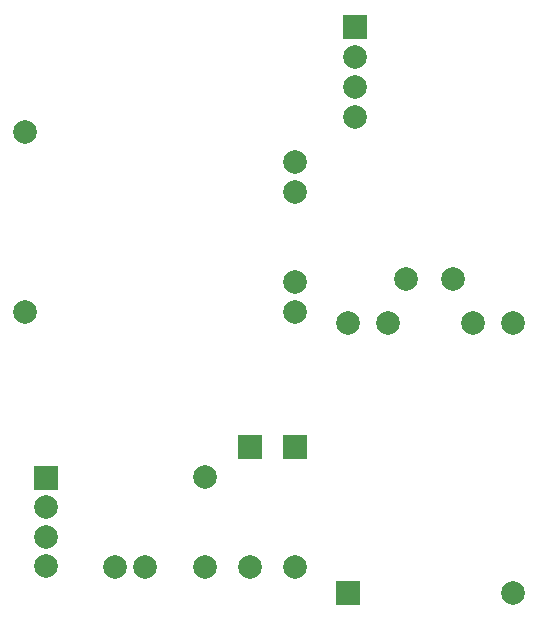
<source format=gbr>
%TF.GenerationSoftware,KiCad,Pcbnew,(6.0.2)*%
%TF.CreationDate,2022-02-25T22:38:09-05:00*%
%TF.ProjectId,SlimeVRMobo,536c696d-6556-4524-9d6f-626f2e6b6963,rev?*%
%TF.SameCoordinates,Original*%
%TF.FileFunction,Soldermask,Top*%
%TF.FilePolarity,Negative*%
%FSLAX46Y46*%
G04 Gerber Fmt 4.6, Leading zero omitted, Abs format (unit mm)*
G04 Created by KiCad (PCBNEW (6.0.2)) date 2022-02-25 22:38:09*
%MOMM*%
%LPD*%
G01*
G04 APERTURE LIST*
%ADD10C,2.000000*%
%ADD11R,2.000000X2.000000*%
G04 APERTURE END LIST*
D10*
%TO.C,J1*%
X131335000Y-124400000D03*
X131335000Y-121900000D03*
X131335000Y-119400000D03*
D11*
X131335000Y-116900000D03*
%TD*%
D10*
%TO.C,BT1*%
X161830000Y-100076000D03*
X165830000Y-100076000D03*
%TD*%
%TO.C,U1*%
X129540000Y-87630000D03*
X129540000Y-102870000D03*
X152400000Y-102870000D03*
X152400000Y-100330000D03*
X152400000Y-92710000D03*
X152400000Y-90170000D03*
%TD*%
%TO.C,U2*%
X157480000Y-86360000D03*
X157480000Y-83820000D03*
X157480000Y-81280000D03*
D11*
X157480000Y-78740000D03*
%TD*%
D10*
%TO.C,J2*%
X137160000Y-124460000D03*
X139700000Y-124460000D03*
%TD*%
D11*
%TO.C,U3*%
X156917500Y-126712500D03*
D10*
X170917500Y-126712500D03*
X156917500Y-103812500D03*
X170917500Y-103812500D03*
X160317500Y-103812500D03*
X167517500Y-103812500D03*
%TD*%
D11*
%TO.C,D1*%
X152400000Y-114300000D03*
D10*
X152400000Y-124460000D03*
%TD*%
%TO.C,R1*%
X144780000Y-116840000D03*
X144780000Y-124460000D03*
%TD*%
%TO.C,D2*%
X148590000Y-124460000D03*
D11*
X148590000Y-114300000D03*
%TD*%
M02*

</source>
